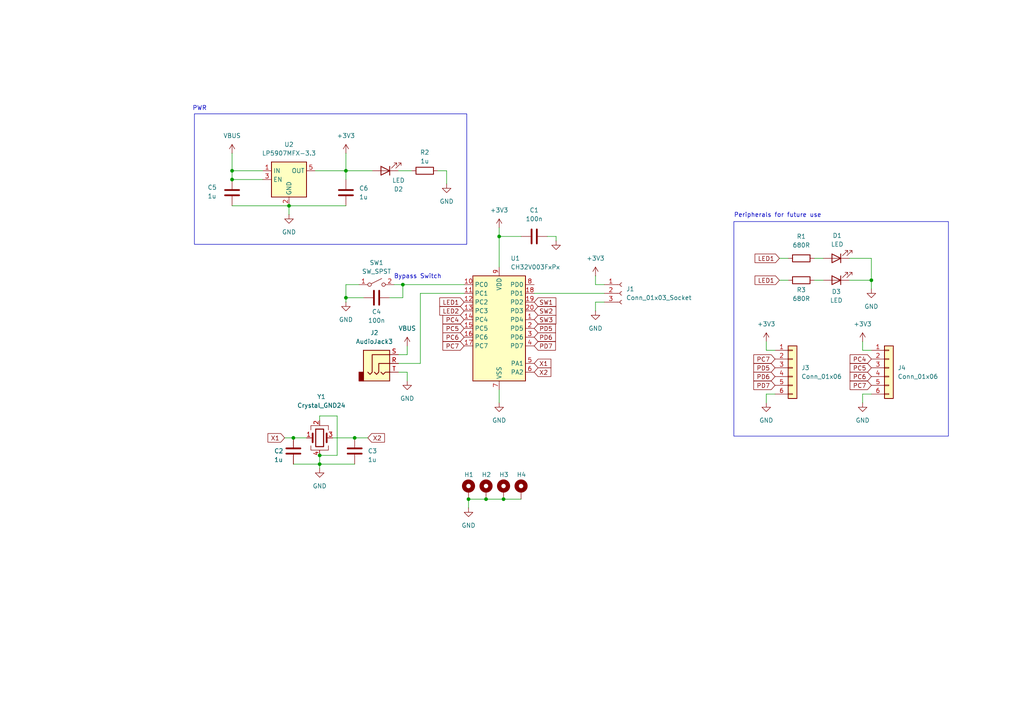
<source format=kicad_sch>
(kicad_sch (version 20250114) (generator "eeschema") (generator_version "9.0")
  (paper "A4")
  (lib_symbols
    (symbol "Connector:Conn_01x03_Socket" (pin_names (offset 1.016) (hide yes))
      (property "Reference" "J" (at 0 5.08 0))
      (property "Value" "Conn_01x03_Socket" (at 0 -5.08 0))
      (symbol "Conn_01x03_Socket_1_1"
        (polyline (pts (xy -1.27 2.54) (xy -0.508 2.54)) (stroke (width 0.1524)))
        (polyline (pts (xy -1.27 0) (xy -0.508 0)) (stroke (width 0.1524)))
        (polyline (pts (xy -1.27 -2.54) (xy -0.508 -2.54)) (stroke (width 0.1524)))
        (arc (start 0 2.032) (mid -0.5058 2.54) (end 0 3.048) (stroke (width 0.1524)))
        (arc (start 0 -0.508) (mid -0.5058 0) (end 0 0.508) (stroke (width 0.1524)))
        (arc (start 0 -3.048) (mid -0.5058 -2.54) (end 0 -2.032) (stroke (width 0.1524)))
        (pin passive line (at -5.08 2.54 0) (length 3.81) (name "Pin_1") (number "1"))
        (pin passive line (at -5.08 0 0) (length 3.81) (name "Pin_2") (number "2"))
        (pin passive line (at -5.08 -2.54 0) (length 3.81) (name "Pin_3") (number "3"))
      )
    )
    (symbol "Connector_Audio:AudioJack3"
      (property "Reference" "J" (at 0 8.89 0))
      (property "Value" "AudioJack3" (at 0 6.35 0))
      (symbol "AudioJack3_0_1"
        (rectangle (start -5.08 -5.08) (end -6.35 -2.54) (stroke (width 0.254)) (fill (type outline)))
        (polyline (pts (xy -1.905 -2.54) (xy -1.27 -3.175) (xy -0.635 -2.54) (xy -0.635 0) (xy 2.54 0)) (stroke (width 0.254)))
        (polyline (pts (xy 0 -2.54) (xy 0.635 -3.175) (xy 1.27 -2.54) (xy 2.54 -2.54)) (stroke (width 0.254)))
        (rectangle (start 2.54 3.81) (end -5.08 -5.08) (stroke (width 0.254)) (fill (type background)))
        (polyline (pts (xy 2.54 2.54) (xy -2.54 2.54) (xy -2.54 -2.54) (xy -3.175 -3.175) (xy -3.81 -2.54)) (stroke (width 0.254)))
      )
      (symbol "AudioJack3_1_1"
        (pin passive line (at 5.08 2.54 180) (length 2.54) (name "~") (number "S"))
        (pin passive line (at 5.08 0 180) (length 2.54) (name "~") (number "R"))
        (pin passive line (at 5.08 -2.54 180) (length 2.54) (name "~") (number "T"))
      )
    )
    (symbol "Connector_Generic:Conn_01x06" (pin_names (offset 1.016) (hide yes))
      (property "Reference" "J" (at 0 7.62 0))
      (property "Value" "Conn_01x06" (at 0 -10.16 0))
      (symbol "Conn_01x06_1_1"
        (rectangle (start -1.27 6.35) (end 1.27 -8.89) (stroke (width 0.254)) (fill (type background)))
        (rectangle (start -1.27 5.207) (end 0 4.953) (stroke (width 0.1524)))
        (rectangle (start -1.27 2.667) (end 0 2.413) (stroke (width 0.1524)))
        (rectangle (start -1.27 0.127) (end 0 -0.127) (stroke (width 0.1524)))
        (rectangle (start -1.27 -2.413) (end 0 -2.667) (stroke (width 0.1524)))
        (rectangle (start -1.27 -4.953) (end 0 -5.207) (stroke (width 0.1524)))
        (rectangle (start -1.27 -7.493) (end 0 -7.747) (stroke (width 0.1524)))
        (pin passive line (at -5.08 5.08 0) (length 3.81) (name "Pin_1") (number "1"))
        (pin passive line (at -5.08 2.54 0) (length 3.81) (name "Pin_2") (number "2"))
        (pin passive line (at -5.08 0 0) (length 3.81) (name "Pin_3") (number "3"))
        (pin passive line (at -5.08 -2.54 0) (length 3.81) (name "Pin_4") (number "4"))
        (pin passive line (at -5.08 -5.08 0) (length 3.81) (name "Pin_5") (number "5"))
        (pin passive line (at -5.08 -7.62 0) (length 3.81) (name "Pin_6") (number "6"))
      )
    )
    (symbol "Device:C" (pin_numbers (hide yes)) (pin_names (offset 0.254))
      (property "Reference" "C" (at 0.635 2.54 0))
      (property "Value" "C" (at 0.635 -2.54 0))
      (symbol "C_0_1"
        (polyline (pts (xy -2.032 0.762) (xy 2.032 0.762)) (stroke (width 0.508)))
        (polyline (pts (xy -2.032 -0.762) (xy 2.032 -0.762)) (stroke (width 0.508)))
      )
      (symbol "C_1_1"
        (pin passive line (at 0 3.81 270) (length 2.794) (name "~") (number "1"))
        (pin passive line (at 0 -3.81 90) (length 2.794) (name "~") (number "2"))
      )
    )
    (symbol "Device:Crystal_GND24" (pin_names (offset 1.016) (hide yes))
      (property "Reference" "Y" (at 3.175 5.08 0))
      (property "Value" "Crystal_GND24" (at 3.175 3.175 0))
      (symbol "Crystal_GND24_0_1"
        (polyline (pts (xy -2.54 2.286) (xy -2.54 3.556) (xy 2.54 3.556) (xy 2.54 2.286)))
        (polyline (pts (xy -2.54 0) (xy -2.032 0)))
        (polyline (pts (xy -2.54 -2.286) (xy -2.54 -3.556) (xy 2.54 -3.556) (xy 2.54 -2.286)))
        (polyline (pts (xy -2.032 -1.27) (xy -2.032 1.27)) (stroke (width 0.508)))
        (rectangle (start -1.143 2.54) (end 1.143 -2.54) (stroke (width 0.3048)))
        (polyline (pts (xy 0 3.556) (xy 0 3.81)))
        (polyline (pts (xy 0 -3.81) (xy 0 -3.556)))
        (polyline (pts (xy 2.032 0) (xy 2.54 0)))
        (polyline (pts (xy 2.032 -1.27) (xy 2.032 1.27)) (stroke (width 0.508)))
      )
      (symbol "Crystal_GND24_1_1"
        (pin passive line (at -3.81 0 0) (length 1.27) (name "1") (number "1"))
        (pin passive line (at 0 5.08 270) (length 1.27) (name "2") (number "2"))
        (pin passive line (at 0 -5.08 90) (length 1.27) (name "4") (number "4"))
        (pin passive line (at 3.81 0 180) (length 1.27) (name "3") (number "3"))
      )
    )
    (symbol "Device:LED" (pin_numbers (hide yes)) (pin_names (offset 1.016) (hide yes))
      (property "Reference" "D" (at 0 2.54 0))
      (property "Value" "LED" (at 0 -2.54 0))
      (symbol "LED_0_1"
        (polyline (pts (xy -3.048 -0.762) (xy -4.572 -2.286) (xy -3.81 -2.286) (xy -4.572 -2.286) (xy -4.572 -1.524)))
        (polyline (pts (xy -1.778 -0.762) (xy -3.302 -2.286) (xy -2.54 -2.286) (xy -3.302 -2.286) (xy -3.302 -1.524)))
        (polyline (pts (xy -1.27 0) (xy 1.27 0)))
        (polyline (pts (xy -1.27 -1.27) (xy -1.27 1.27)) (stroke (width 0.254)))
        (polyline (pts (xy 1.27 -1.27) (xy 1.27 1.27) (xy -1.27 0) (xy 1.27 -1.27)) (stroke (width 0.254)))
      )
      (symbol "LED_1_1"
        (pin passive line (at -3.81 0 0) (length 2.54) (name "K") (number "1"))
        (pin passive line (at 3.81 0 180) (length 2.54) (name "A") (number "2"))
      )
    )
    (symbol "Device:R" (pin_numbers (hide yes)) (pin_names (offset 0))
      (property "Reference" "R" (at 2.032 0 90))
      (property "Value" "R" (at 0 0 90))
      (symbol "R_0_1"
        (rectangle (start -1.016 -2.54) (end 1.016 2.54) (stroke (width 0.254)))
      )
      (symbol "R_1_1"
        (pin passive line (at 0 3.81 270) (length 1.27) (name "~") (number "1"))
        (pin passive line (at 0 -3.81 90) (length 1.27) (name "~") (number "2"))
      )
    )
    (symbol "MCU_WCH_CH32V0:CH32V003FxPx"
      (property "Reference" "U" (at -7.62 17.78 0))
      (property "Value" "CH32V003FxPx" (at 7.62 17.78 0))
      (symbol "CH32V003FxPx_1_1"
        (rectangle (start -7.62 15.24) (end 7.62 -15.24) (stroke (width 0.254)) (fill (type background)))
        (pin bidirectional line (at -10.16 12.7 0) (length 2.54) (name "PC0") (number "10"))
        (pin bidirectional line (at -10.16 10.16 0) (length 2.54) (name "PC1") (number "11"))
        (pin bidirectional line (at -10.16 7.62 0) (length 2.54) (name "PC2") (number "12"))
        (pin bidirectional line (at -10.16 5.08 0) (length 2.54) (name "PC3") (number "13"))
        (pin bidirectional line (at -10.16 2.54 0) (length 2.54) (name "PC4") (number "14"))
        (pin bidirectional line (at -10.16 0 0) (length 2.54) (name "PC5") (number "15"))
        (pin bidirectional line (at -10.16 -2.54 0) (length 2.54) (name "PC6") (number "16"))
        (pin bidirectional line (at -10.16 -5.08 0) (length 2.54) (name "PC7") (number "17"))
        (pin power_in line (at 0 17.78 270) (length 2.54) (name "VDD") (number "9"))
        (pin power_in line (at 0 -17.78 90) (length 2.54) (name "VSS") (number "7"))
        (pin bidirectional line (at 10.16 12.7 180) (length 2.54) (name "PD0") (number "8"))
        (pin bidirectional line (at 10.16 10.16 180) (length 2.54) (name "PD1") (number "18"))
        (pin bidirectional line (at 10.16 7.62 180) (length 2.54) (name "PD2") (number "19"))
        (pin bidirectional line (at 10.16 5.08 180) (length 2.54) (name "PD3") (number "20"))
        (pin bidirectional line (at 10.16 2.54 180) (length 2.54) (name "PD4") (number "1"))
        (pin bidirectional line (at 10.16 0 180) (length 2.54) (name "PD5") (number "2"))
        (pin bidirectional line (at 10.16 -2.54 180) (length 2.54) (name "PD6") (number "3"))
        (pin bidirectional line (at 10.16 -5.08 180) (length 2.54) (name "PD7") (number "4"))
        (pin bidirectional line (at 10.16 -10.16 180) (length 2.54) (name "PA1") (number "5"))
        (pin bidirectional line (at 10.16 -12.7 180) (length 2.54) (name "PA2") (number "6"))
      )
    )
    (symbol "Mechanical:MountingHole_Pad" (pin_numbers (hide yes)) (pin_names (offset 1.016) (hide yes)) (in_bom no)
      (property "Reference" "H" (at 0 6.35 0))
      (property "Value" "MountingHole_Pad" (at 0 4.445 0))
      (symbol "MountingHole_Pad_0_1"
        (circle (center 0 1.27) (radius 1.27) (stroke (width 1.27)))
      )
      (symbol "MountingHole_Pad_1_1"
        (pin input line (at 0 -2.54 90) (length 2.54) (name "1") (number "1"))
      )
    )
    (symbol "Regulator_Linear:LP5907MFX-3.3"
      (property "Reference" "U" (at -3.81 6.35 0))
      (property "Value" "LP5907MFX-3.3" (at 6.35 6.35 0))
      (symbol "LP5907MFX-3.3_0_1"
        (rectangle (start -5.08 -5.08) (end 5.08 5.08) (stroke (width 0.254)) (fill (type background)))
        (pin power_in line (at -7.62 2.54 0) (length 2.54) (name "IN") (number "1"))
        (pin input line (at -7.62 0 0) (length 2.54) (name "EN") (number "3"))
        (pin power_in line (at 0 -7.62 90) (length 2.54) (name "GND") (number "2"))
        (pin no_connect line (at 5.08 0 180) (length 2.54) (hide yes) (name "NC") (number "4"))
        (pin power_out line (at 7.62 2.54 180) (length 2.54) (name "OUT") (number "5"))
      )
    )
    (symbol "Switch:SW_SPST" (pin_names (offset 0) (hide yes))
      (property "Reference" "SW" (at 0 3.175 0))
      (property "Value" "SW_SPST" (at 0 -2.54 0))
      (symbol "SW_SPST_0_0"
        (circle (center -2.032 0) (radius 0.508))
        (polyline (pts (xy -1.524 0.254) (xy 1.524 1.778)))
        (circle (center 2.032 0) (radius 0.508))
      )
      (symbol "SW_SPST_1_1"
        (pin passive line (at -5.08 0 0) (length 2.54) (name "A") (number "1"))
        (pin passive line (at 5.08 0 180) (length 2.54) (name "B") (number "2"))
      )
    )
    (symbol "power:+3V3" (power) (pin_numbers (hide yes)) (pin_names (offset 0) (hide yes))
      (property "Value" "+3V3" (at 0 3.556 0))
      (symbol "+3V3_0_1"
        (polyline (pts (xy -0.762 1.27) (xy 0 2.54)))
        (polyline (pts (xy 0 2.54) (xy 0.762 1.27)))
        (polyline (pts (xy 0 0) (xy 0 2.54)))
      )
      (symbol "+3V3_1_1"
        (pin power_in line (at 0 0 90) (length 0) (name "~") (number "1"))
      )
    )
    (symbol "power:GND" (power) (pin_numbers (hide yes)) (pin_names (offset 0) (hide yes))
      (property "Value" "GND" (at 0 -3.81 0))
      (symbol "GND_0_1"
        (polyline (pts (xy 0 0) (xy 0 -1.27) (xy 1.27 -1.27) (xy 0 -2.54) (xy -1.27 -1.27) (xy 0 -1.27)))
      )
      (symbol "GND_1_1"
        (pin power_in line (at 0 0 270) (length 0) (name "~") (number "1"))
      )
    )
    (symbol "power:VBUS" (power) (pin_numbers (hide yes)) (pin_names (offset 0) (hide yes))
      (property "Value" "VBUS" (at 0 3.556 0))
      (symbol "VBUS_0_1"
        (polyline (pts (xy -0.762 1.27) (xy 0 2.54)))
        (polyline (pts (xy 0 2.54) (xy 0.762 1.27)))
        (polyline (pts (xy 0 0) (xy 0 2.54)))
      )
      (symbol "VBUS_1_1"
        (pin power_in line (at 0 0 90) (length 0) (name "~") (number "1"))
      )
    )
  )
  (rectangle (start 56.388 33.02) (end 135.382 70.866))
  (rectangle (start 212.852 64.262) (end 275.082 126.492))
  (text "Bypass Switch" (at 121.158 80.264 0) (effects (font (size 1.27 1.27))))
  (text "Peripherals for future use" (at 225.552 62.484 0) (effects (font (size 1.27 1.27))))
  (text "PWR\n" (at 57.912 31.496 0) (effects (font (size 1.27 1.27))))
  (junction (at 135.89 144.78))
  (junction (at 102.87 127))
  (junction (at 83.82 59.69))
  (junction (at 252.73 81.28))
  (junction (at 92.71 134.62))
  (junction (at 100.33 86.36))
  (junction (at 146.05 144.78))
  (junction (at 85.09 127))
  (junction (at 100.33 49.53))
  (junction (at 67.31 52.07))
  (junction (at 92.71 132.08))
  (junction (at 144.78 68.58))
  (junction (at 116.84 82.55))
  (junction (at 140.97 144.78))
  (junction (at 67.31 49.53))
  (wire (pts (xy 67.31 49.53) (xy 76.2 49.53)))
  (wire (pts (xy 67.31 59.69) (xy 83.82 59.69)))
  (wire (pts (xy 118.11 100.33) (xy 118.11 102.87)))
  (wire (pts (xy 100.33 49.53) (xy 107.95 49.53)))
  (wire (pts (xy 97.79 120.65) (xy 92.71 120.65)))
  (wire (pts (xy 92.71 134.62) (xy 92.71 135.89)))
  (wire (pts (xy 100.33 86.36) (xy 105.41 86.36)))
  (wire (pts (xy 236.22 81.28) (xy 238.76 81.28)))
  (wire (pts (xy 115.57 105.41) (xy 121.92 105.41)))
  (wire (pts (xy 129.54 53.34) (xy 129.54 49.53)))
  (wire (pts (xy 252.73 74.93) (xy 246.38 74.93)))
  (wire (pts (xy 172.72 82.55) (xy 175.26 82.55)))
  (wire (pts (xy 121.92 105.41) (xy 121.92 85.09)))
  (wire (pts (xy 104.14 82.55) (xy 100.33 82.55)))
  (wire (pts (xy 83.82 59.69) (xy 100.33 59.69)))
  (wire (pts (xy 172.72 80.01) (xy 172.72 82.55)))
  (wire (pts (xy 144.78 113.03) (xy 144.78 116.84)))
  (wire (pts (xy 100.33 52.07) (xy 100.33 49.53)))
  (wire (pts (xy 102.87 127) (xy 106.68 127)))
  (wire (pts (xy 82.55 127) (xy 85.09 127)))
  (wire (pts (xy 85.09 127) (xy 88.9 127)))
  (wire (pts (xy 250.19 116.84) (xy 250.19 114.3)))
  (wire (pts (xy 222.25 114.3) (xy 224.79 114.3)))
  (wire (pts (xy 97.79 132.08) (xy 97.79 120.65)))
  (wire (pts (xy 92.71 134.62) (xy 102.87 134.62)))
  (wire (pts (xy 135.89 144.78) (xy 140.97 144.78)))
  (wire (pts (xy 222.25 99.06) (xy 222.25 101.6)))
  (wire (pts (xy 129.54 49.53) (xy 127 49.53)))
  (wire (pts (xy 252.73 81.28) (xy 252.73 74.93)))
  (wire (pts (xy 118.11 110.49) (xy 118.11 107.95)))
  (wire (pts (xy 144.78 68.58) (xy 144.78 77.47)))
  (wire (pts (xy 67.31 44.45) (xy 67.31 49.53)))
  (wire (pts (xy 252.73 83.82) (xy 252.73 81.28)))
  (wire (pts (xy 116.84 86.36) (xy 116.84 82.55)))
  (wire (pts (xy 172.72 90.17) (xy 172.72 87.63)))
  (wire (pts (xy 246.38 81.28) (xy 252.73 81.28)))
  (wire (pts (xy 250.19 99.06) (xy 250.19 101.6)))
  (wire (pts (xy 121.92 85.09) (xy 134.62 85.09)))
  (wire (pts (xy 144.78 66.04) (xy 144.78 68.58)))
  (wire (pts (xy 135.89 144.78) (xy 135.89 147.32)))
  (wire (pts (xy 85.09 134.62) (xy 92.71 134.62)))
  (wire (pts (xy 144.78 68.58) (xy 151.13 68.58)))
  (wire (pts (xy 146.05 144.78) (xy 151.13 144.78)))
  (wire (pts (xy 100.33 44.45) (xy 100.33 49.53)))
  (wire (pts (xy 92.71 120.65) (xy 92.71 121.92)))
  (wire (pts (xy 96.52 127) (xy 102.87 127)))
  (wire (pts (xy 172.72 87.63) (xy 175.26 87.63)))
  (wire (pts (xy 116.84 82.55) (xy 134.62 82.55)))
  (wire (pts (xy 154.94 85.09) (xy 175.26 85.09)))
  (wire (pts (xy 250.19 101.6) (xy 252.73 101.6)))
  (wire (pts (xy 236.22 74.93) (xy 238.76 74.93)))
  (wire (pts (xy 83.82 59.69) (xy 83.82 62.23)))
  (wire (pts (xy 92.71 132.08) (xy 97.79 132.08)))
  (wire (pts (xy 226.06 74.93) (xy 228.6 74.93)))
  (wire (pts (xy 118.11 107.95) (xy 115.57 107.95)))
  (wire (pts (xy 115.57 49.53) (xy 119.38 49.53)))
  (wire (pts (xy 161.29 69.85) (xy 161.29 68.58)))
  (wire (pts (xy 222.25 101.6) (xy 224.79 101.6)))
  (wire (pts (xy 67.31 52.07) (xy 76.2 52.07)))
  (wire (pts (xy 226.06 81.28) (xy 228.6 81.28)))
  (wire (pts (xy 92.71 132.08) (xy 92.71 134.62)))
  (wire (pts (xy 118.11 102.87) (xy 115.57 102.87)))
  (wire (pts (xy 67.31 52.07) (xy 67.31 49.53)))
  (wire (pts (xy 161.29 68.58) (xy 158.75 68.58)))
  (wire (pts (xy 100.33 82.55) (xy 100.33 86.36)))
  (wire (pts (xy 140.97 144.78) (xy 146.05 144.78)))
  (wire (pts (xy 250.19 114.3) (xy 252.73 114.3)))
  (wire (pts (xy 114.3 82.55) (xy 116.84 82.55)))
  (wire (pts (xy 113.03 86.36) (xy 116.84 86.36)))
  (wire (pts (xy 100.33 86.36) (xy 100.33 87.63)))
  (wire (pts (xy 222.25 116.84) (xy 222.25 114.3)))
  (wire (pts (xy 100.33 49.53) (xy 91.44 49.53)))
  (global_label "PD6" (shape input) (at 154.94 97.79 0) (property "Intersheetrefs" "${INTERSHEET_REFS}" (effects (hide yes))))
  (global_label "X1" (shape input) (at 82.55 127 180) (property "Intersheetrefs" "${INTERSHEET_REFS}" (effects (hide yes))))
  (global_label "PC7" (shape input) (at 252.73 111.76 180) (property "Intersheetrefs" "${INTERSHEET_REFS}" (effects (hide yes))))
  (global_label "PD6" (shape input) (at 224.79 109.22 180) (property "Intersheetrefs" "${INTERSHEET_REFS}" (effects (hide yes))))
  (global_label "X2" (shape input) (at 106.68 127 0) (property "Intersheetrefs" "${INTERSHEET_REFS}" (effects (hide yes))))
  (global_label "PC5" (shape input) (at 252.73 106.68 180) (property "Intersheetrefs" "${INTERSHEET_REFS}" (effects (hide yes))))
  (global_label "PD7" (shape input) (at 154.94 100.33 0) (property "Intersheetrefs" "${INTERSHEET_REFS}" (effects (hide yes))))
  (global_label "SW1" (shape input) (at 154.94 87.63 0) (property "Intersheetrefs" "${INTERSHEET_REFS}" (effects (hide yes))))
  (global_label "PD7" (shape input) (at 224.79 111.76 180) (property "Intersheetrefs" "${INTERSHEET_REFS}" (effects (hide yes))))
  (global_label "X2" (shape input) (at 154.94 107.95 0) (property "Intersheetrefs" "${INTERSHEET_REFS}" (effects (hide yes))))
  (global_label "LED1" (shape input) (at 134.62 87.63 180) (property "Intersheetrefs" "${INTERSHEET_REFS}" (effects (hide yes))))
  (global_label "X1" (shape input) (at 154.94 105.41 0) (property "Intersheetrefs" "${INTERSHEET_REFS}" (effects (hide yes))))
  (global_label "SW2" (shape input) (at 154.94 90.17 0) (property "Intersheetrefs" "${INTERSHEET_REFS}" (effects (hide yes))))
  (global_label "PD5" (shape input) (at 154.94 95.25 0) (property "Intersheetrefs" "${INTERSHEET_REFS}" (effects (hide yes))))
  (global_label "PC6" (shape input) (at 252.73 109.22 180) (property "Intersheetrefs" "${INTERSHEET_REFS}" (effects (hide yes))))
  (global_label "PC7" (shape input) (at 224.79 104.14 180) (property "Intersheetrefs" "${INTERSHEET_REFS}" (effects (hide yes))))
  (global_label "PD5" (shape input) (at 224.79 106.68 180) (property "Intersheetrefs" "${INTERSHEET_REFS}" (effects (hide yes))))
  (global_label "LED1" (shape input) (at 226.06 74.93 180) (property "Intersheetrefs" "${INTERSHEET_REFS}" (effects (hide yes))))
  (global_label "PC5" (shape input) (at 134.62 95.25 180) (property "Intersheetrefs" "${INTERSHEET_REFS}" (effects (hide yes))))
  (global_label "SW3" (shape input) (at 154.94 92.71 0) (property "Intersheetrefs" "${INTERSHEET_REFS}" (effects (hide yes))))
  (global_label "LED1" (shape input) (at 226.06 81.28 180) (property "Intersheetrefs" "${INTERSHEET_REFS}" (effects (hide yes))))
  (global_label "PC6" (shape input) (at 134.62 97.79 180) (property "Intersheetrefs" "${INTERSHEET_REFS}" (effects (hide yes))))
  (global_label "PC4" (shape input) (at 134.62 92.71 180) (property "Intersheetrefs" "${INTERSHEET_REFS}" (effects (hide yes))))
  (global_label "PC7" (shape input) (at 134.62 100.33 180) (property "Intersheetrefs" "${INTERSHEET_REFS}" (effects (hide yes))))
  (global_label "PC4" (shape input) (at 252.73 104.14 180) (property "Intersheetrefs" "${INTERSHEET_REFS}" (effects (hide yes))))
  (global_label "LED2" (shape input) (at 134.62 90.17 180) (property "Intersheetrefs" "${INTERSHEET_REFS}" (effects (hide yes))))
  (symbol (lib_id "power:GND") (at 100.33 87.63 0) (unit 1)
    (property "Reference" "#PWR07" (effects (hide yes)))
    (property "Value" "GND" (at 100.33 92.71 0))
    (property "Description" "Power symbol creates a global label with name \"GND\" , ground" (effects (hide yes)))
  )
  (symbol (lib_id "power:GND") (at 252.73 83.82 0) (unit 1)
    (property "Reference" "#PWR019" (effects (hide yes)))
    (property "Value" "GND" (at 252.73 88.9 0))
    (property "Description" "Power symbol creates a global label with name \"GND\" , ground" (effects (hide yes)))
  )
  (symbol (lib_id "Mechanical:MountingHole_Pad") (at 146.05 142.24 0) (unit 1) (in_bom no)
    (property "Reference" "H3" (at 144.78 137.668 0) (effects (justify left)))
    (property "Value" "MountingHole_Pad" (effects (hide yes)))
    (property "Description" "Mounting Hole with connection" (effects (hide yes)))
  )
  (symbol (lib_id "power:+3V3") (at 100.33 44.45 0) (unit 1)
    (property "Reference" "#PWR011" (effects (hide yes)))
    (property "Value" "+3V3" (at 100.33 39.37 0))
    (property "Description" "Power symbol creates a global label with name \"+3V3\"" (effects (hide yes)))
  )
  (symbol (lib_id "power:GND") (at 92.71 135.89 0) (unit 1)
    (property "Reference" "#PWR04" (effects (hide yes)))
    (property "Value" "GND" (at 92.71 140.97 0))
    (property "Description" "Power symbol creates a global label with name \"GND\" , ground" (effects (hide yes)))
  )
  (symbol (lib_id "MCU_WCH_CH32V0:CH32V003FxPx") (at 144.78 95.25 0) (unit 1)
    (property "Reference" "U1" (at 148.082 74.93 0) (effects (justify left)))
    (property "Value" "CH32V003FxPx" (at 148.082 77.47 0) (effects (justify left)))
    (property "Footprint" "Package_SO:TSSOP-20_4.4x6.5mm_P0.65mm" (effects (hide yes)))
    (property "Datasheet" "https://www.wch-ic.com/products/CH32V003.html" (effects (hide yes)))
    (property "Description" "CH32V003 series are industrial-grade general-purpose microcontrollers designed based on 32-bit RISC-V instruction set and architecture. It adopts QingKe V2A core, RV32EC instruction set, and supports 2 levels of interrupt nesting. The series are mounted with rich peripheral interfaces and function modules. Its internal organizational structure meets the low-cost and low-power embedded application scenarios." (effects (hide yes)))
  )
  (symbol (lib_id "Regulator_Linear:LP5907MFX-3.3") (at 83.82 52.07 0) (unit 1)
    (property "Reference" "U2" (at 83.82 41.91 0))
    (property "Value" "LP5907MFX-3.3" (at 83.82 44.45 0))
    (property "Footprint" "Package_TO_SOT_SMD:SOT-23-5" (effects (hide yes)))
    (property "Datasheet" "http://www.ti.com/lit/ds/symlink/lp5907.pdf" (effects (hide yes)))
    (property "Description" "250-mA Ultra-Low-Noise Low-IQ LDO, 3.3V, SOT-23" (effects (hide yes)))
  )
  (symbol (lib_id "Device:LED") (at 242.57 74.93 180) (unit 1)
    (property "Reference" "D1" (at 242.824 68.326 0))
    (property "Value" "LED" (at 242.824 70.866 0))
    (property "Description" "Light emitting diode" (effects (hide yes)))
    (property "Sim.Pins" "1=K 2=A" (effects (hide yes)))
  )
  (symbol (lib_id "power:VBUS") (at 67.31 44.45 0) (unit 1)
    (property "Reference" "#PWR010" (effects (hide yes)))
    (property "Value" "VBUS" (at 67.31 39.37 0))
    (property "Description" "Power symbol creates a global label with name \"VBUS\"" (effects (hide yes)))
  )
  (symbol (lib_id "Switch:SW_SPST") (at 109.22 82.55 0) (unit 1)
    (property "Reference" "SW1" (at 109.22 76.2 0))
    (property "Value" "SW_SPST" (at 109.22 78.74 0))
    (property "Description" "Single Pole Single Throw (SPST) switch" (effects (hide yes)))
  )
  (symbol (lib_id "Mechanical:MountingHole_Pad") (at 135.89 142.24 0) (unit 1) (in_bom no)
    (property "Reference" "H1" (at 134.62 137.668 0) (effects (justify left)))
    (property "Value" "MountingHole_Pad" (effects (hide yes)))
    (property "Description" "Mounting Hole with connection" (effects (hide yes)))
  )
  (symbol (lib_id "power:GND") (at 118.11 110.49 0) (unit 1)
    (property "Reference" "#PWR014" (effects (hide yes)))
    (property "Value" "GND" (at 118.11 115.57 0))
    (property "Description" "Power symbol creates a global label with name \"GND\" , ground" (effects (hide yes)))
  )
  (symbol (lib_id "Connector_Generic:Conn_01x06") (at 229.87 106.68 0) (unit 1)
    (property "Reference" "J3" (at 232.41 106.6799 0) (effects (justify left)))
    (property "Value" "Conn_01x06" (at 232.41 109.2199 0) (effects (justify left)))
    (property "Description" "Generic connector, single row, 01x06, script generated (kicad-library-utils/schlib/autogen/connector/)" (effects (hide yes)))
  )
  (symbol (lib_id "Device:LED") (at 111.76 49.53 180) (unit 1)
    (property "Reference" "D2" (at 115.57 54.864 0))
    (property "Value" "LED" (at 115.57 52.324 0))
    (property "Description" "Light emitting diode" (effects (hide yes)))
    (property "Sim.Pins" "1=K 2=A" (effects (hide yes)))
  )
  (symbol (lib_id "Device:Crystal_GND24") (at 92.71 127 0) (unit 1)
    (property "Reference" "Y1" (at 93.218 115.062 0))
    (property "Value" "Crystal_GND24" (at 93.218 117.602 0))
    (property "Description" "Four pin crystal, GND on pins 2 and 4" (effects (hide yes)))
  )
  (symbol (lib_id "power:GND") (at 222.25 116.84 0) (unit 1)
    (property "Reference" "#PWR09" (effects (hide yes)))
    (property "Value" "GND" (at 222.25 121.92 0))
    (property "Description" "Power symbol creates a global label with name \"GND\" , ground" (effects (hide yes)))
  )
  (symbol (lib_id "Device:R") (at 232.41 74.93 270) (unit 1)
    (property "Reference" "R1" (at 232.41 68.58 90))
    (property "Value" "680R" (at 232.41 71.12 90))
    (property "Description" "Resistor" (effects (hide yes)))
  )
  (symbol (lib_id "power:GND") (at 172.72 90.17 0) (unit 1)
    (property "Reference" "#PWR05" (effects (hide yes)))
    (property "Value" "GND" (at 172.72 95.25 0))
    (property "Description" "Power symbol creates a global label with name \"GND\" , ground" (effects (hide yes)))
  )
  (symbol (lib_id "power:GND") (at 161.29 69.85 0) (unit 1)
    (property "Reference" "#PWR02" (effects (hide yes)))
    (property "Value" "GND" (effects (hide yes)))
    (property "Description" "Power symbol creates a global label with name \"GND\" , ground" (effects (hide yes)))
  )
  (symbol (lib_id "Device:R") (at 232.41 81.28 270) (unit 1)
    (property "Reference" "R3" (at 232.41 84.074 90))
    (property "Value" "680R" (at 232.41 86.614 90))
    (property "Description" "Resistor" (effects (hide yes)))
  )
  (symbol (lib_id "power:VBUS") (at 118.11 100.33 0) (unit 1)
    (property "Reference" "#PWR015" (effects (hide yes)))
    (property "Value" "VBUS" (at 118.11 95.25 0))
    (property "Description" "Power symbol creates a global label with name \"VBUS\"" (effects (hide yes)))
  )
  (symbol (lib_id "Connector_Generic:Conn_01x06") (at 257.81 106.68 0) (unit 1)
    (property "Reference" "J4" (at 260.35 106.6799 0) (effects (justify left)))
    (property "Value" "Conn_01x06" (at 260.35 109.2199 0) (effects (justify left)))
    (property "Description" "Generic connector, single row, 01x06, script generated (kicad-library-utils/schlib/autogen/connector/)" (effects (hide yes)))
  )
  (symbol (lib_id "power:+3V3") (at 250.19 99.06 0) (unit 1)
    (property "Reference" "#PWR016" (effects (hide yes)))
    (property "Value" "+3V3" (at 250.19 93.98 0))
    (property "Description" "Power symbol creates a global label with name \"+3V3\"" (effects (hide yes)))
  )
  (symbol (lib_id "Mechanical:MountingHole_Pad") (at 151.13 142.24 0) (unit 1) (in_bom no)
    (property "Reference" "H4" (at 149.86 137.668 0) (effects (justify left)))
    (property "Value" "MountingHole_Pad" (effects (hide yes)))
    (property "Description" "Mounting Hole with connection" (effects (hide yes)))
  )
  (symbol (lib_id "power:GND") (at 135.89 147.32 0) (unit 1)
    (property "Reference" "#PWR018" (effects (hide yes)))
    (property "Value" "GND" (at 135.89 152.4 0))
    (property "Description" "Power symbol creates a global label with name \"GND\" , ground" (effects (hide yes)))
  )
  (symbol (lib_id "Mechanical:MountingHole_Pad") (at 140.97 142.24 0) (unit 1) (in_bom no)
    (property "Reference" "H2" (at 139.7 137.668 0) (effects (justify left)))
    (property "Value" "MountingHole_Pad" (effects (hide yes)))
    (property "Description" "Mounting Hole with connection" (effects (hide yes)))
  )
  (symbol (lib_id "power:+3V3") (at 172.72 80.01 0) (unit 1)
    (property "Reference" "#PWR06" (effects (hide yes)))
    (property "Value" "+3V3" (at 172.72 74.93 0))
    (property "Description" "Power symbol creates a global label with name \"+3V3\"" (effects (hide yes)))
  )
  (symbol (lib_id "Device:C") (at 100.33 55.88 0) (unit 1)
    (property "Reference" "C6" (at 104.14 54.6099 0) (effects (justify left)))
    (property "Value" "1u" (at 104.14 57.1499 0) (effects (justify left)))
    (property "Description" "Unpolarized capacitor" (effects (hide yes)))
  )
  (symbol (lib_id "power:GND") (at 144.78 116.84 0) (unit 1)
    (property "Reference" "#PWR03" (effects (hide yes)))
    (property "Value" "GND" (at 144.78 121.92 0))
    (property "Description" "Power symbol creates a global label with name \"GND\" , ground" (effects (hide yes)))
  )
  (symbol (lib_id "Device:LED") (at 242.57 81.28 180) (unit 1)
    (property "Reference" "D3" (at 242.57 84.582 0))
    (property "Value" "LED" (at 242.57 87.122 0))
    (property "Description" "Light emitting diode" (effects (hide yes)))
    (property "Sim.Pins" "1=K 2=A" (effects (hide yes)))
  )
  (symbol (lib_id "power:+3V3") (at 144.78 66.04 0) (unit 1)
    (property "Reference" "#PWR01" (effects (hide yes)))
    (property "Value" "+3V3" (at 144.78 60.96 0))
    (property "Description" "Power symbol creates a global label with name \"+3V3\"" (effects (hide yes)))
  )
  (symbol (lib_id "power:GND") (at 129.54 53.34 0) (unit 1)
    (property "Reference" "#PWR013" (effects (hide yes)))
    (property "Value" "GND" (at 129.54 58.42 0))
    (property "Description" "Power symbol creates a global label with name \"GND\" , ground" (effects (hide yes)))
  )
  (symbol (lib_id "power:GND") (at 250.19 116.84 0) (unit 1)
    (property "Reference" "#PWR017" (effects (hide yes)))
    (property "Value" "GND" (at 250.19 121.92 0))
    (property "Description" "Power symbol creates a global label with name \"GND\" , ground" (effects (hide yes)))
  )
  (symbol (lib_id "Device:C") (at 154.94 68.58 90) (unit 1)
    (property "Reference" "C1" (at 154.94 60.96 90))
    (property "Value" "100n" (at 154.94 63.5 90))
    (property "Description" "Unpolarized capacitor" (effects (hide yes)))
  )
  (symbol (lib_id "Connector:Conn_01x03_Socket") (at 180.34 85.09 0) (unit 1)
    (property "Reference" "J1" (at 181.61 83.8199 0) (effects (justify left)))
    (property "Value" "Conn_01x03_Socket" (at 181.61 86.3599 0) (effects (justify left)))
    (property "Description" "Generic connector, single row, 01x03, script generated" (effects (hide yes)))
  )
  (symbol (lib_id "Device:C") (at 85.09 130.81 0) (unit 1)
    (property "Reference" "C2" (at 79.502 130.81 0) (effects (justify left)))
    (property "Value" "1u" (at 79.502 133.35 0) (effects (justify left)))
    (property "Description" "Unpolarized capacitor" (effects (hide yes)))
  )
  (symbol (lib_id "Device:C") (at 109.22 86.36 90) (unit 1)
    (property "Reference" "C4" (at 109.22 90.424 90))
    (property "Value" "100n" (at 109.22 92.964 90))
    (property "Description" "Unpolarized capacitor" (effects (hide yes)))
  )
  (symbol (lib_id "Connector_Audio:AudioJack3") (at 110.49 105.41 0) (unit 1)
    (property "Reference" "J2" (at 108.585 96.52 0))
    (property "Value" "AudioJack3" (at 108.585 99.06 0))
    (property "Description" "Audio Jack, 3 Poles (Stereo / TRS)" (effects (hide yes)))
  )
  (symbol (lib_id "Device:C") (at 67.31 55.88 0) (unit 1)
    (property "Reference" "C5" (at 60.198 54.356 0) (effects (justify left)))
    (property "Value" "1u" (at 60.198 56.896 0) (effects (justify left)))
    (property "Description" "Unpolarized capacitor" (effects (hide yes)))
  )
  (symbol (lib_id "Device:R") (at 123.19 49.53 90) (unit 1)
    (property "Reference" "R2" (at 123.19 44.196 90))
    (property "Value" "1u" (at 123.19 46.736 90))
    (property "Description" "Resistor" (effects (hide yes)))
  )
  (symbol (lib_id "power:GND") (at 83.82 62.23 0) (unit 1)
    (property "Reference" "#PWR012" (effects (hide yes)))
    (property "Value" "GND" (at 83.82 67.31 0))
    (property "Description" "Power symbol creates a global label with name \"GND\" , ground" (effects (hide yes)))
  )
  (symbol (lib_id "power:+3V3") (at 222.25 99.06 0) (unit 1)
    (property "Reference" "#PWR08" (effects (hide yes)))
    (property "Value" "+3V3" (at 222.25 93.98 0))
    (property "Description" "Power symbol creates a global label with name \"+3V3\"" (effects (hide yes)))
  )
  (symbol (lib_id "Device:C") (at 102.87 130.81 0) (unit 1)
    (property "Reference" "C3" (at 106.68 130.81 0) (effects (justify left)))
    (property "Value" "1u" (at 106.68 133.35 0) (effects (justify left)))
    (property "Description" "Unpolarized capacitor" (effects (hide yes)))
  )
)
</source>
